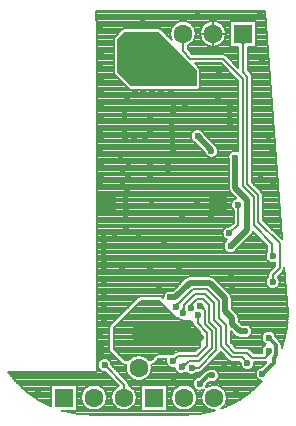
<source format=gbl>
G04*
G04 #@! TF.GenerationSoftware,Altium Limited,Altium Designer,18.1.7 (191)*
G04*
G04 Layer_Physical_Order=2*
G04 Layer_Color=16711680*
%FSLAX24Y24*%
%MOIN*%
G70*
G01*
G75*
%ADD12C,0.0079*%
%ADD48C,0.0118*%
%ADD49C,0.0197*%
%ADD62C,0.0630*%
%ADD63R,0.0630X0.0630*%
%ADD64C,0.0236*%
G04:AMPARAMS|DCode=65|XSize=50mil|YSize=200mil|CornerRadius=12.5mil|HoleSize=0mil|Usage=FLASHONLY|Rotation=90.000|XOffset=0mil|YOffset=0mil|HoleType=Round|Shape=RoundedRectangle|*
%AMROUNDEDRECTD65*
21,1,0.0500,0.1750,0,0,90.0*
21,1,0.0250,0.2000,0,0,90.0*
1,1,0.0250,0.0875,0.0125*
1,1,0.0250,0.0875,-0.0125*
1,1,0.0250,-0.0875,-0.0125*
1,1,0.0250,-0.0875,0.0125*
%
%ADD65ROUNDEDRECTD65*%
%ADD66R,0.0618X0.0598*%
%ADD67C,0.0236*%
G36*
X73083Y27156D02*
X73076Y27154D01*
X73070Y27150D01*
X73065Y27144D01*
X73061Y27137D01*
X73057Y27128D01*
X73055Y27118D01*
X73053Y27106D01*
X73052Y27093D01*
X73051Y27078D01*
X72972D01*
X72972Y27093D01*
X72971Y27106D01*
X72969Y27118D01*
X72966Y27128D01*
X72963Y27137D01*
X72958Y27144D01*
X72953Y27150D01*
X72947Y27154D01*
X72941Y27156D01*
X72933Y27157D01*
X73091D01*
X73083Y27156D01*
D02*
G37*
G36*
X71466Y26261D02*
Y25719D01*
X69285D01*
X68823Y26181D01*
Y27293D01*
X69071Y27542D01*
X70185D01*
X71466Y26261D01*
D02*
G37*
G36*
X71386Y18485D02*
X71378Y18476D01*
X71371Y18468D01*
X71366Y18459D01*
X71362Y18451D01*
X71360Y18442D01*
X71359Y18434D01*
X71360Y18425D01*
X71362Y18417D01*
X71365Y18408D01*
X71369Y18400D01*
X71214Y18441D01*
X71221Y18445D01*
X71229Y18450D01*
X71247Y18464D01*
X71268Y18482D01*
X71319Y18530D01*
X71386Y18485D01*
D02*
G37*
G36*
X70915Y18483D02*
X70908Y18475D01*
X70901Y18466D01*
X70895Y18457D01*
X70891Y18448D01*
X70887Y18439D01*
X70885Y18429D01*
X70883Y18418D01*
X70883Y18408D01*
X70883Y18397D01*
X70884Y18385D01*
X70751Y18483D01*
X70763Y18485D01*
X70775Y18488D01*
X70786Y18491D01*
X70796Y18495D01*
X70807Y18499D01*
X70816Y18504D01*
X70826Y18510D01*
X70834Y18516D01*
X70843Y18522D01*
X70850Y18530D01*
X70915Y18483D01*
D02*
G37*
G36*
X71703Y18392D02*
X71704Y18381D01*
X71706Y18370D01*
X71709Y18359D01*
X71712Y18349D01*
X71716Y18339D01*
X71721Y18330D01*
X71727Y18321D01*
X71734Y18313D01*
X71741Y18305D01*
X71686Y18249D01*
X71678Y18256D01*
X71669Y18263D01*
X71660Y18269D01*
X71651Y18274D01*
X71641Y18278D01*
X71631Y18282D01*
X71620Y18284D01*
X71609Y18286D01*
X71598Y18287D01*
X71586Y18287D01*
X71703Y18404D01*
X71703Y18392D01*
D02*
G37*
G36*
X71073Y18316D02*
X71073Y18306D01*
X71074Y18295D01*
X71076Y18285D01*
X71078Y18274D01*
X71081Y18264D01*
X71084Y18253D01*
X71089Y18243D01*
X71099Y18221D01*
X71105Y18211D01*
X70945Y18252D01*
X70954Y18258D01*
X70963Y18264D01*
X70970Y18272D01*
X70976Y18279D01*
X70982Y18288D01*
X70986Y18297D01*
X70990Y18306D01*
X70992Y18316D01*
X70994Y18327D01*
X70994Y18338D01*
X71073Y18316D01*
D02*
G37*
G36*
X73938Y16814D02*
X73846Y16713D01*
X73772Y16751D01*
X73780Y16759D01*
X73787Y16768D01*
X73792Y16776D01*
X73795Y16784D01*
X73797Y16791D01*
X73798Y16799D01*
X73797Y16806D01*
X73795Y16812D01*
X73791Y16819D01*
X73785Y16825D01*
X73938Y16814D01*
D02*
G37*
G36*
X71131Y16437D02*
X71124Y16430D01*
X71117Y16421D01*
X71111Y16413D01*
X71105Y16404D01*
X71100Y16394D01*
X71095Y16384D01*
X71090Y16374D01*
X71082Y16351D01*
X71079Y16340D01*
X70995Y16482D01*
X71006Y16480D01*
X71017Y16478D01*
X71027Y16478D01*
X71037Y16479D01*
X71047Y16481D01*
X71056Y16484D01*
X71065Y16489D01*
X71074Y16494D01*
X71083Y16501D01*
X71091Y16508D01*
X71131Y16437D01*
D02*
G37*
D12*
X73317Y26040D02*
G03*
X73271Y26151I-157J0D01*
G01*
X73317Y26040D02*
G03*
X73271Y26151I-157J0D01*
G01*
X72444Y26755D02*
G03*
X72333Y26801I-111J-111D01*
G01*
X72444Y26755D02*
G03*
X72333Y26801I-112J-111D01*
G01*
X72445Y27470D02*
G03*
X72445Y27470I-433J0D01*
G01*
X72844Y23565D02*
G03*
X72539Y23252I-89J-219D01*
G01*
X72195Y23563D02*
G03*
X72127Y23729I-236J0D01*
G01*
X72539Y22323D02*
G03*
X72603Y22170I217J0D01*
G01*
X73681Y22084D02*
G03*
X73635Y22195I-157J0D01*
G01*
X73681Y22084D02*
G03*
X73635Y22196I-157J0D01*
G01*
X73303Y20792D02*
G03*
X73354Y20872I-153J153D01*
G01*
X73302Y20791D02*
G03*
X73354Y20872I-153J153D01*
G01*
X72785Y21988D02*
G03*
X72697Y21586I69J-226D01*
G01*
X72539Y22323D02*
G03*
X72603Y22169I217J0D01*
G01*
X71727Y23518D02*
G03*
X72195Y23563I232J45D01*
G01*
X74344Y19544D02*
G03*
X74390Y19656I-111J111D01*
G01*
X74343Y19544D02*
G03*
X74390Y19656I-111J112D01*
G01*
X73895Y19541D02*
G03*
X73848Y19429I111J-112D01*
G01*
X73895Y19540D02*
G03*
X73848Y19429I111J-111D01*
G01*
X74242Y19193D02*
G03*
X74166Y19367I-236J0D01*
G01*
X73819Y20215D02*
G03*
X74075Y19836I177J-156D01*
G01*
X73848Y19369D02*
G03*
X74242Y19193I157J-176D01*
G01*
X74301Y17087D02*
G03*
X74249Y17212I-177J0D01*
G01*
X74104Y17357D02*
G03*
X73774Y17126I-236J-15D01*
G01*
X74301Y17087D02*
G03*
X74249Y17212I-177J0D01*
G01*
X74301Y16989D02*
G03*
X74507Y18150I-3169J1161D01*
G01*
X73774Y17126D02*
G03*
X73645Y16831I94J-217D01*
G01*
X73750Y16516D02*
G03*
X73804Y16525I0J157D01*
G01*
X73750Y16516D02*
G03*
X73804Y16525I0J157D01*
G01*
X73647Y16368D02*
G03*
X73645Y15896I15J-236D01*
G01*
X72271Y14972D02*
G03*
X73645Y15896I-1139J3177D01*
G01*
X73317Y17549D02*
G03*
X72991Y17768I-236J0D01*
G01*
X72875Y17981D02*
G03*
X72812Y18134I-217J0D01*
G01*
X72875Y17981D02*
G03*
X72811Y18135I-217J0D01*
G01*
X72986Y17333D02*
G03*
X73317Y17549I94J217D01*
G01*
X73251Y16952D02*
G03*
X73139Y16998I-112J-111D01*
G01*
X73251Y16952D02*
G03*
X73139Y16998I-111J-111D01*
G01*
X72750Y17396D02*
G03*
X72904Y17333I153J153D01*
G01*
X72750Y17396D02*
G03*
X72904Y17333I153J153D01*
G01*
X72638Y18655D02*
G03*
X72574Y18808I-217J0D01*
G01*
X72638Y18655D02*
G03*
X72574Y18808I-217J0D01*
G01*
X72476Y20596D02*
G03*
X72818Y20307I122J-202D01*
G01*
X72572Y21053D02*
G03*
X72476Y20596I-13J-236D01*
G01*
X72056Y19326D02*
G03*
X71903Y19390I-153J-153D01*
G01*
X72056Y19326D02*
G03*
X71903Y19390I-153J-153D01*
G01*
X72547Y16572D02*
G03*
X72659Y16526I112J111D01*
G01*
X72547Y16572D02*
G03*
X72659Y16526I111J111D01*
G01*
X72237Y16814D02*
G03*
X72266Y16853I-111J111D01*
G01*
X72237Y16814D02*
G03*
X72266Y16853I-111J112D01*
G01*
X72924Y16499D02*
G03*
X73396Y16486I236J-13D01*
G01*
X71884Y15866D02*
G03*
X72215Y16083I94J217D01*
G01*
X72271Y14972D02*
G03*
X72482Y15344I-221J372D01*
G01*
X72215Y16083D02*
G03*
X71819Y16257I-236J0D01*
G01*
D02*
G03*
X71725Y16208I31J-174D01*
G01*
X71819Y16257D02*
G03*
X71725Y16208I31J-174D01*
G01*
X71530Y16171D02*
G03*
X71641Y16217I0J157D01*
G01*
X71530Y16171D02*
G03*
X71641Y16218I0J157D01*
G01*
X71772Y15677D02*
G03*
X71811Y15792I-197J130D01*
G01*
X72482Y15344D02*
G03*
X71772Y15677I-433J0D01*
G01*
X71709Y15613D02*
G03*
X72090Y14913I340J-268D01*
G01*
X71716Y24141D02*
G03*
X71410Y23835I-220J-86D01*
G01*
X71169Y27067D02*
G03*
X71445Y27470I-157J403D01*
G01*
D02*
G03*
X70629Y27267I-433J0D01*
G01*
X71243Y19390D02*
G03*
X71090Y19326I0J-217D01*
G01*
X71243Y19390D02*
G03*
X71090Y19326I0J-217D01*
G01*
X69612Y18730D02*
G03*
X69500Y18684I0J-157D01*
G01*
X70668Y18904D02*
G03*
X70355Y18662I-78J-223D01*
G01*
X70333Y18684D02*
G03*
X70222Y18730I-112J-111D01*
G01*
X70333Y18684D02*
G03*
X70222Y18730I-111J-111D01*
G01*
X70200Y16628D02*
G03*
X70228Y16643I-60J146D01*
G01*
X70200Y16628D02*
G03*
X70228Y16643I-60J146D01*
G01*
X70200Y16628D02*
G03*
X70157Y16585I30J-73D01*
G01*
X70122Y16533D02*
G03*
X70157Y16585I-111J111D01*
G01*
X70457Y16643D02*
G03*
X70731Y16334I223J-78D01*
G01*
D02*
G03*
X71114Y16185I234J34D01*
G01*
D02*
G03*
X71477Y16171I187J144D01*
G01*
X71560Y16043D02*
G03*
X71709Y15613I15J-236D01*
G01*
X70122Y16533D02*
G03*
X70157Y16585I-111J112D01*
G01*
X69961Y16437D02*
G03*
X70072Y16483I0J157D01*
G01*
X69612Y18730D02*
G03*
X69500Y18684I0J-157D01*
G01*
X69961Y16437D02*
G03*
X70072Y16483I0J157D01*
G01*
X69970Y16329D02*
G03*
X69957Y16437I-433J0D01*
G01*
X69970Y16329D02*
G03*
X69957Y16437I-433J0D01*
G01*
X69118D02*
G03*
X69970Y16329I419J-108D01*
G01*
X69118Y16437D02*
G03*
X69970Y16329I419J-108D01*
G01*
X71482Y15344D02*
G03*
X71482Y15344I-433J0D01*
G01*
X71132Y14774D02*
G03*
X72090Y14913I0J3375D01*
G01*
X69205Y15776D02*
G03*
X69159Y15887I-157J0D01*
G01*
X69480Y15344D02*
G03*
X69205Y15748I-433J0D01*
G01*
Y15776D02*
G03*
X69158Y15887I-157J0D01*
G01*
X68863Y15737D02*
G03*
X69480Y15344I184J-392D01*
G01*
X68589Y17773D02*
G03*
X68543Y17662I111J-111D01*
G01*
Y16959D02*
G03*
X68589Y16847I157J0D01*
G01*
X68590Y17773D02*
G03*
X68543Y17662I111J-112D01*
G01*
Y16959D02*
G03*
X68590Y16847I157J0D01*
G01*
X68953Y16483D02*
G03*
X69065Y16437I112J111D01*
G01*
X68954Y16483D02*
G03*
X69065Y16437I111J111D01*
G01*
X68632Y16427D02*
G03*
X68409Y16191I-236J0D01*
G01*
X65187Y16201D02*
G03*
X66614Y15047I2756J1949D01*
G01*
X68480Y15344D02*
G03*
X68480Y15344I-433J0D01*
G01*
X66991Y14911D02*
G03*
X67943Y14774I952J3238D01*
G01*
X70816Y18006D02*
G03*
X70969Y17916I188J144D01*
G01*
X71339Y17815D02*
G03*
X71385Y17713I157J10D01*
G01*
X71339Y17815D02*
G03*
X71385Y17713I157J10D01*
G01*
X70838Y16880D02*
G03*
X70726Y16834I0J-157D01*
G01*
X70838Y16880D02*
G03*
X70726Y16834I0J-157D01*
G01*
X70140Y16774D02*
G03*
X70011Y16645I90J-219D01*
G01*
X69879Y16594D02*
G03*
X69195Y16594I-342J-266D01*
G01*
X69879D02*
G03*
X69195Y16594I-342J-266D01*
G01*
X73445Y27244D02*
X73817D01*
X73445Y27165D02*
X73823D01*
X73445Y27323D02*
X73811D01*
X73445Y27087D02*
X73829D01*
X73317Y25984D02*
X73912D01*
X73317Y25905D02*
X73918D01*
X73445Y27638D02*
X73787D01*
X73445Y27559D02*
X73793D01*
X73445Y27716D02*
X73781D01*
X73445Y27402D02*
X73805D01*
X73445Y27480D02*
X73799D01*
X73317Y24724D02*
X74008D01*
X73317Y24646D02*
X74014D01*
X73317Y24803D02*
X74002D01*
X73317Y24409D02*
X74032D01*
X73317Y24331D02*
X74038D01*
X73317Y24567D02*
X74020D01*
X73317Y25748D02*
X73930D01*
X73317Y25669D02*
X73936D01*
X73317Y25827D02*
X73924D01*
X73317Y25512D02*
X73948D01*
X73317Y25591D02*
X73942D01*
X73169Y26535D02*
X73870D01*
X73169Y26457D02*
X73876D01*
X73169Y26614D02*
X73864D01*
X73169Y26299D02*
X73888D01*
X73201Y26220D02*
X73894D01*
X73169Y26378D02*
X73882D01*
X73169Y26929D02*
X73840D01*
X73169Y26850D02*
X73846D01*
X73169Y27008D02*
X73835D01*
X73169Y26693D02*
X73858D01*
X73169Y26772D02*
X73852D01*
X73317Y25118D02*
X73978D01*
X73317Y25039D02*
X73984D01*
X73317Y25197D02*
X73972D01*
X73317Y24882D02*
X73996D01*
X73317Y24488D02*
X74026D01*
X73317Y24961D02*
X73990D01*
X73315Y26063D02*
X73906D01*
X73317Y25433D02*
X73954D01*
X73279Y26142D02*
X73900D01*
X73317Y25276D02*
X73966D01*
X73317Y25354D02*
X73960D01*
X73681Y22047D02*
X74211D01*
X73681Y21968D02*
X74217D01*
X73675Y22126D02*
X74205D01*
X73681Y21811D02*
X74229D01*
X73681Y21732D02*
X74235D01*
X73681Y21890D02*
X74223D01*
X73389Y22441D02*
X74181D01*
X73468Y22362D02*
X74187D01*
X73317Y22520D02*
X74175D01*
X73626Y22205D02*
X74199D01*
X73547Y22283D02*
X74193D01*
X73756Y21181D02*
X74277D01*
X73835Y21102D02*
X74283D01*
X73681Y21260D02*
X74271D01*
X73992Y20945D02*
X74295D01*
X74071Y20866D02*
X74301D01*
X73914Y21024D02*
X74289D01*
X73681Y21575D02*
X74247D01*
X73681Y21496D02*
X74253D01*
X73681Y21653D02*
X74241D01*
X73681Y21339D02*
X74265D01*
X73681Y21417D02*
X74259D01*
X73317Y23779D02*
X74080D01*
X73317Y23701D02*
X74086D01*
X73317Y23858D02*
X74074D01*
X73317Y23543D02*
X74098D01*
X73317Y23465D02*
X74104D01*
X73317Y23622D02*
X74092D01*
X73317Y24173D02*
X74050D01*
X73317Y24094D02*
X74056D01*
X73317Y24252D02*
X74044D01*
X73317Y23937D02*
X74068D01*
X73317Y24016D02*
X74062D01*
X73317Y22913D02*
X74146D01*
X73317Y22835D02*
X74152D01*
X73317Y22992D02*
X74140D01*
X73317Y22677D02*
X74163D01*
X73317Y22598D02*
X74169D01*
X73317Y22756D02*
X74157D01*
X73317Y23307D02*
X74116D01*
X73317Y23228D02*
X74122D01*
X73317Y23386D02*
X74110D01*
X73317Y23071D02*
X74134D01*
X73317Y23150D02*
X74128D01*
X73445Y27874D02*
X73769D01*
X73445Y27037D02*
Y27904D01*
X72579D02*
X73445D01*
Y27795D02*
X73775D01*
X73169Y27037D02*
X73445D01*
X72425Y26772D02*
X72854D01*
X72445Y27480D02*
X72579D01*
Y27037D02*
Y27904D01*
X72436Y27559D02*
X72579D01*
Y27037D02*
X72854D01*
X72439Y27402D02*
X72579D01*
X72854Y26345D02*
Y27037D01*
X73169Y26253D02*
Y27037D01*
X72444Y26755D02*
X72854Y26345D01*
X73169Y26253D02*
X73271Y26151D01*
X72585Y26614D02*
X72854D01*
X72664Y26535D02*
X72854D01*
X72506Y26693D02*
X72854D01*
X72821Y26378D02*
X72854D01*
X72742Y26457D02*
X72854D01*
X72298Y27795D02*
X72579D01*
X72368Y27716D02*
X72579D01*
X72169Y27874D02*
X72579D01*
X72411Y27638D02*
X72579D01*
X72319Y27165D02*
X72579D01*
X72212Y27087D02*
X72579D01*
X72012Y27470D02*
X72406D01*
X72012D02*
Y27864D01*
X71618Y27470D02*
X72012D01*
X72419Y27323D02*
X72579D01*
X72381Y27244D02*
X72579D01*
X71586Y26220D02*
X72533D01*
X72267Y26486D02*
X72844Y25909D01*
X71579Y26299D02*
X72455D01*
X72012Y27077D02*
Y27470D01*
X71551Y26346D02*
X71577Y26307D01*
X71519Y26378D02*
X72376D01*
X71586Y25719D02*
Y26261D01*
X71577Y26307D02*
X71586Y26261D01*
X72844Y23565D02*
Y25909D01*
X73317Y22513D02*
Y26040D01*
X72151Y23701D02*
X72844D01*
X73317Y22513D02*
X73635Y22196D01*
X72187Y23622D02*
X72844D01*
X72194Y23543D02*
X72625D01*
X72173Y23465D02*
X72551D01*
X72539Y22323D02*
Y23252D01*
X73681Y21256D02*
Y22084D01*
X73298Y20787D02*
X73439D01*
X72603Y22169D02*
X72785Y21988D01*
X72697Y21177D02*
Y21586D01*
X72572Y21053D02*
X72697Y21177D01*
X71586Y25984D02*
X72769D01*
X71586Y25905D02*
X72844D01*
X71586Y26063D02*
X72691D01*
X71586Y25827D02*
X72844D01*
X71586Y25748D02*
X72844D01*
X71575Y25669D02*
X72844D01*
X71586Y26142D02*
X72612D01*
X71577Y25672D02*
X71586Y25719D01*
X71551Y25633D02*
X71577Y25672D01*
X71512Y25607D02*
X71551Y25633D01*
X71466Y25598D02*
X71512Y25607D01*
X71701Y24173D02*
X72844D01*
X71763Y24094D02*
X72844D01*
X71627Y24252D02*
X72844D01*
X71920Y23937D02*
X72844D01*
X71842Y24016D02*
X72844D01*
X71999Y23858D02*
X72844D01*
X72078Y23779D02*
X72844D01*
X71716Y24141D02*
X72111Y23746D01*
X72115Y23386D02*
X72523D01*
X74390Y19656D02*
Y19698D01*
X74229Y20709D02*
X74313D01*
X74327Y19528D02*
X74403D01*
X74248Y19449D02*
X74409D01*
X74150Y20787D02*
X74307D01*
X74075Y19721D02*
Y19836D01*
X73819Y20215D02*
Y20407D01*
X73895Y19541D02*
X74075Y19721D01*
X74241Y19213D02*
X74427D01*
X74390Y19698D02*
X74507Y18153D01*
X74221Y19291D02*
X74421D01*
X74235Y19134D02*
X74433D01*
X74198Y19055D02*
X74439D01*
X74100Y18976D02*
X74445D01*
X74166Y19367D02*
X74343Y19544D01*
X73848Y19369D02*
Y19429D01*
X74170Y19370D02*
X74415D01*
X73681Y21256D02*
X74320Y20617D01*
X73743Y28219D02*
X74320Y20617D01*
X73354Y20872D02*
X73819Y20407D01*
X72905Y20394D02*
X73819D01*
X71993Y19370D02*
X73848D01*
X73062Y20551D02*
X73675D01*
X72983Y20472D02*
X73754D01*
X72826Y20315D02*
X73819D01*
X72774Y20236D02*
X73819D01*
X72091Y19291D02*
X73791D01*
X72563Y18819D02*
X74457D01*
X72620Y18740D02*
X74463D01*
X72484Y18898D02*
X74451D01*
X72638Y18583D02*
X74475D01*
X72638Y18504D02*
X74480D01*
X72638Y18661D02*
X74469D01*
X72248Y19134D02*
X73777D01*
X72170Y19213D02*
X73770D01*
X72406Y18976D02*
X73912D01*
X72327Y19055D02*
X73814D01*
X74060Y17480D02*
X74440D01*
X74097Y17402D02*
X74423D01*
X73963Y17559D02*
X74455D01*
X74217Y17244D02*
X74383D01*
X74283Y17165D02*
X74360D01*
X74138Y17323D02*
X74404D01*
X74104Y17357D02*
X74249Y17212D01*
X74301Y17087D02*
X74335D01*
X74301Y16989D02*
Y17087D01*
X73647Y16368D02*
X73804Y16525D01*
X73394Y16516D02*
X73750D01*
X73394Y16457D02*
X73736D01*
X73372Y16831D02*
X73645D01*
X73369Y16378D02*
X73657D01*
X72757Y18189D02*
X74504D01*
X72832Y18110D02*
X74507D01*
X72678Y18268D02*
X74498D01*
X72875Y17953D02*
X74501D01*
X72885Y17874D02*
X74496D01*
X72869Y18031D02*
X74505D01*
X72638Y18346D02*
X74492D01*
X72964Y17795D02*
X74488D01*
X72638Y18425D02*
X74486D01*
X73300Y17638D02*
X74468D01*
X73247Y17716D02*
X74479D01*
X73317Y17559D02*
X73774D01*
X73307Y17480D02*
X73676D01*
X72598Y17244D02*
X73653D01*
X72701Y17087D02*
X73712D01*
X72622Y17165D02*
X73712D01*
X73265Y17402D02*
X73639D01*
X73148Y17323D02*
X73633D01*
X72779Y17008D02*
X73653D01*
X73352Y16850D02*
X73639D01*
X73220Y20709D02*
X73517D01*
X73141Y20630D02*
X73596D01*
X72818Y20307D02*
X73302Y20791D01*
X72875Y17884D02*
X72991Y17768D01*
X72638Y18308D02*
X72811Y18135D01*
X72638Y18308D02*
Y18655D01*
X72875Y17884D02*
Y17981D01*
X72598Y17548D02*
X72750Y17396D01*
X72789Y16998D02*
X73139D01*
X73273Y16929D02*
X73633D01*
X73251Y16952D02*
X73372Y16831D01*
X72904Y17333D02*
X72986D01*
X72897Y16526D02*
X72924Y16499D01*
X72659Y16526D02*
X72897D01*
X72598Y17402D02*
X72745D01*
X72598Y17323D02*
X73013D01*
X72598Y17480D02*
X72666D01*
X72598Y17189D02*
Y17548D01*
X72056Y19326D02*
X72574Y18808D01*
X72598Y17189D02*
X72789Y16998D01*
X72266Y16853D02*
X72547Y16572D01*
X72038Y16614D02*
X72505D01*
X71959Y16535D02*
X72604D01*
X71641Y16218D02*
X72237Y16814D01*
X72195Y16772D02*
X72347D01*
X72116Y16693D02*
X72426D01*
X73304Y16299D02*
X73495D01*
X72214Y16063D02*
X73435D01*
X72170Y16220D02*
X73442D01*
X72193Y15984D02*
X73477D01*
X72135Y15905D02*
X73594D01*
X71845Y15827D02*
X73581D01*
X72073Y16299D02*
X73015D01*
X71880Y16457D02*
X72925D01*
X72207Y16142D02*
X73425D01*
X72336Y15669D02*
X73421D01*
X72406Y15591D02*
X73333D01*
X72206Y15748D02*
X73503D01*
X72473Y15433D02*
X73135D01*
X72482Y15354D02*
X73024D01*
X72449Y15512D02*
X73238D01*
X72477Y15276D02*
X72902D01*
X72456Y15197D02*
X72767D01*
X72418Y15118D02*
X72616D01*
X72357Y15039D02*
X72443D01*
X71801Y16378D02*
X72950D01*
X71723Y16299D02*
X71884D01*
X71644Y16220D02*
X71739D01*
X71560Y16043D02*
X71725Y16208D01*
X71477Y16171D02*
X71530D01*
X71446Y16142D02*
X71659D01*
X71811Y15792D02*
X71884Y15866D01*
X71804Y15748D02*
X71892D01*
X71473Y15433D02*
X71625D01*
X71482Y15354D02*
X71616D01*
X71449Y15512D02*
X71650D01*
X71477Y15276D02*
X71622D01*
X71456Y15197D02*
X71642D01*
X71197Y26929D02*
X72854D01*
X71276Y26850D02*
X72854D01*
X71169Y27008D02*
X72854D01*
X71325Y26801D02*
X72333D01*
X71440Y26457D02*
X72297D01*
X68154Y25591D02*
X72844D01*
X71298Y27795D02*
X71725D01*
X71319Y27165D02*
X71705D01*
X71169Y27874D02*
X71854D01*
X71410Y26486D02*
X72267D01*
X71212Y27087D02*
X71811D01*
X68154Y25433D02*
X72844D01*
X68154Y25354D02*
X72844D01*
X68154Y25512D02*
X72844D01*
X68154Y25197D02*
X72844D01*
X68154Y25118D02*
X72844D01*
X68154Y25276D02*
X72844D01*
X68154Y24961D02*
X72844D01*
X68154Y25039D02*
X72844D01*
X71410Y23835D02*
X71727Y23518D01*
X68154Y23307D02*
X72523D01*
X68121Y28189D02*
X73745D01*
X68121Y28110D02*
X73751D01*
X68121Y28219D02*
X73743D01*
X68122Y27953D02*
X73763D01*
X68154Y24882D02*
X72844D01*
X68122Y28031D02*
X73757D01*
X68154Y24724D02*
X72844D01*
X68154Y24646D02*
X72844D01*
X68154Y24803D02*
X72844D01*
X68154Y24488D02*
X72844D01*
X68154Y24567D02*
X72844D01*
X68154Y24331D02*
X72844D01*
X68154Y23228D02*
X72539D01*
X68154Y24409D02*
X72844D01*
X68154Y23150D02*
X72539D01*
X68154Y22913D02*
X72539D01*
X68154Y22835D02*
X72539D01*
X68154Y23465D02*
X71744D01*
X68154Y23386D02*
X71802D01*
X68154Y23543D02*
X71702D01*
X68154Y22992D02*
X72539D01*
X68154Y23071D02*
X72539D01*
X68154Y20630D02*
X72415D01*
X68154Y20551D02*
X72422D01*
X68154Y21024D02*
X72445D01*
X68154Y20315D02*
X72376D01*
X68154Y20236D02*
X72422D01*
X68154Y20472D02*
X72376D01*
X68154Y20866D02*
X72328D01*
X68154Y20787D02*
X72325D01*
X68154Y20945D02*
X72360D01*
X68154Y20394D02*
X72362D01*
X68154Y20709D02*
X72349D01*
X68154Y19764D02*
X74075D01*
X68154Y19685D02*
X74039D01*
X68154Y19842D02*
X73902D01*
X68154Y19528D02*
X73883D01*
X68154Y19449D02*
X73850D01*
X68154Y19606D02*
X73960D01*
X68154Y20079D02*
X73761D01*
X68154Y20000D02*
X73767D01*
X68154Y20157D02*
X73781D01*
X71243Y19390D02*
X71903D01*
X68154Y19921D02*
X73804D01*
X68154Y22283D02*
X72543D01*
X68154Y22205D02*
X72574D01*
X68154Y22362D02*
X72539D01*
X68154Y22047D02*
X72725D01*
X68154Y21968D02*
X72740D01*
X68154Y22126D02*
X72647D01*
X68154Y22677D02*
X72539D01*
X68154Y22598D02*
X72539D01*
X68154Y22756D02*
X72539D01*
X68154Y22441D02*
X72539D01*
X68154Y22520D02*
X72539D01*
X68154Y21496D02*
X72697D01*
X68154Y21417D02*
X72697D01*
X68154Y21575D02*
X72697D01*
X68154Y21260D02*
X72697D01*
X68154Y21181D02*
X72697D01*
X68154Y21339D02*
X72697D01*
X68154Y21811D02*
X72623D01*
X68154Y21732D02*
X72620D01*
X68154Y21890D02*
X72656D01*
X68154Y21102D02*
X72622D01*
X68154Y21653D02*
X72644D01*
X71368Y27716D02*
X71655D01*
X71411Y27638D02*
X71612D01*
X70254D02*
X70612D01*
X71436Y27559D02*
X71588D01*
X70416Y27480D02*
X70579D01*
X70338Y27559D02*
X70588D01*
X69071Y27662D02*
X70185D01*
X70185Y27662D02*
X70231Y27653D01*
X69025D02*
X69071Y27662D01*
X70231Y27653D02*
X70270Y27627D01*
X68986D02*
X69025Y27653D01*
X71445Y27480D02*
X71579D01*
X71439Y27402D02*
X71584D01*
X71419Y27323D02*
X71605D01*
X71381Y27244D02*
X71643D01*
X70495Y27402D02*
X70584D01*
X70574Y27323D02*
X70605D01*
X70270Y27627D02*
X70629Y27267D01*
X71169Y26957D02*
X71325Y26801D01*
X71169Y26957D02*
Y27067D01*
X68154Y27795D02*
X70725D01*
X68154Y27716D02*
X70655D01*
X68154Y27874D02*
X70854D01*
X68154Y27638D02*
X69002D01*
X68737Y27378D02*
X68986Y27627D01*
X68154Y27559D02*
X68918D01*
X68122Y27921D02*
X68154D01*
Y27480D02*
X68839D01*
X68121Y28219D02*
X68122Y27921D01*
X68711Y27339D02*
X68737Y27378D01*
X68154Y27402D02*
X68760D01*
X68154Y27323D02*
X68708D01*
X68702Y27293D02*
X68711Y27339D01*
X68154Y27244D02*
X68702D01*
X68154Y27087D02*
X68702D01*
X68154Y27008D02*
X68702D01*
X68154Y27165D02*
X68702D01*
X68154Y26929D02*
X68702D01*
Y26181D02*
Y27293D01*
X68154Y26850D02*
X68702D01*
X68154Y26693D02*
X68702D01*
X68154Y26772D02*
X68702D01*
X71410Y26486D02*
X71551Y26346D01*
X68702Y26181D02*
X68711Y26135D01*
X68154Y26142D02*
X68710D01*
X68711Y26135D02*
X68737Y26096D01*
X68154Y25905D02*
X68928D01*
X68154Y25827D02*
X69006D01*
X68154Y26535D02*
X68702D01*
X68154Y26457D02*
X68702D01*
X68154Y26614D02*
X68702D01*
X68154Y26220D02*
X68702D01*
X68154Y26378D02*
X68702D01*
X69285Y25598D02*
X71466D01*
X70668Y18904D02*
X71090Y19326D01*
X69612Y18730D02*
X70222D01*
X68154Y25748D02*
X69085D01*
X68737Y26096D02*
X69200Y25633D01*
X68154Y25669D02*
X69164D01*
X69239Y25607D02*
X69285Y25598D01*
X69200Y25633D02*
X69239Y25607D01*
X68154Y24173D02*
X71291D01*
X68154Y23937D02*
X71292D01*
X68154Y24252D02*
X71365D01*
X68154Y23779D02*
X71465D01*
X68154Y23701D02*
X71544D01*
X68154Y23858D02*
X71366D01*
X68154Y26063D02*
X68770D01*
X68154Y25984D02*
X68849D01*
X68154Y26299D02*
X68702D01*
X68154Y24016D02*
X71263D01*
X68154Y24094D02*
X71263D01*
X68154Y23622D02*
X71623D01*
X68154Y19370D02*
X71153D01*
X68154Y19291D02*
X71055D01*
X68154Y19134D02*
X70898D01*
X68154Y19213D02*
X70976D01*
X68154Y18976D02*
X70740D01*
X68154Y18898D02*
X70496D01*
X68154Y19055D02*
X70819D01*
X68154Y18740D02*
X70362D01*
X68154Y18819D02*
X70399D01*
X70333Y18684D02*
X70355Y18662D01*
X70228Y16643D02*
X70457D01*
X70177Y16614D02*
X70449D01*
X70124Y16535D02*
X70446D01*
X69969Y16299D02*
X70739D01*
X71032Y16142D02*
X71157D01*
X70072Y16483D02*
X70122Y16533D01*
X70037Y16457D02*
X70470D01*
X69968Y16378D02*
X70536D01*
X68590Y17773D02*
X69500Y18684D01*
X69957Y16220D02*
X70780D01*
X68154Y18583D02*
X69399D01*
X68154Y18504D02*
X69320D01*
X68154Y18661D02*
X69478D01*
X68154Y18346D02*
X69163D01*
X68154Y18425D02*
X69241D01*
X69928Y16142D02*
X70897D01*
X69879Y16063D02*
X71580D01*
X69800Y15984D02*
X71419D01*
X69140Y15905D02*
X69446D01*
X68825Y16220D02*
X69118D01*
X68904Y16142D02*
X69147D01*
X68632Y16414D02*
X69158Y15887D01*
X69061Y15984D02*
X69275D01*
X68983Y16063D02*
X69195D01*
X70482Y15748D02*
X70892D01*
X71206D02*
X71346D01*
X69629Y15905D02*
X71360D01*
X71336Y15669D02*
X71383D01*
X71406Y15591D02*
X71480D01*
X70482Y15669D02*
X70763D01*
X70482Y15512D02*
X70650D01*
X70482Y15433D02*
X70625D01*
X70482Y15591D02*
X70693D01*
X70482Y15276D02*
X70622D01*
X70482Y15354D02*
X70616D01*
X71418Y15118D02*
X71680D01*
X71357Y15039D02*
X71742D01*
X71250Y14961D02*
X71849D01*
X70482D02*
X70849D01*
X70482Y15197D02*
X70642D01*
X70482Y15118D02*
X70680D01*
X70482Y14911D02*
Y15778D01*
Y15039D02*
X70742D01*
X69616Y14911D02*
X70482D01*
X69616Y15778D02*
X70482D01*
X69205Y15748D02*
X69616D01*
X69196Y15827D02*
X71339D01*
X69404Y15591D02*
X69616D01*
X69480Y15354D02*
X69616D01*
X69334Y15669D02*
X69616D01*
X69471Y15433D02*
X69616D01*
X69447Y15512D02*
X69616D01*
X69454Y15197D02*
X69616D01*
X69416Y15118D02*
X69616D01*
X67098Y14882D02*
X71977D01*
X67959Y14774D02*
X71116D01*
X67504Y14803D02*
X71571D01*
X69475Y15276D02*
X69616D01*
Y14911D02*
Y15778D01*
X69355Y15039D02*
X69616D01*
X69248Y14961D02*
X69616D01*
X68158Y16693D02*
X68744D01*
X68158Y16772D02*
X68665D01*
X68543Y16959D02*
Y17662D01*
X68157Y16929D02*
X68546D01*
X68157Y17008D02*
X68543D01*
X68158Y16614D02*
X68251D01*
X68157Y16850D02*
X68586D01*
X68630Y16457D02*
X68989D01*
X69065Y16437D02*
X69118D01*
X68746Y16299D02*
X69105D01*
X68668Y16378D02*
X69107D01*
X68540Y16614D02*
X68823D01*
X68590Y16847D02*
X68953Y16483D01*
X68606Y16535D02*
X68901D01*
X68159Y16299D02*
X68197D01*
X68154Y18189D02*
X69005D01*
X68154Y18110D02*
X68927D01*
X68154Y18268D02*
X69084D01*
X68154Y17953D02*
X68769D01*
X68154Y17874D02*
X68690D01*
X68154Y18031D02*
X68848D01*
X68154Y17795D02*
X68612D01*
X68155Y17716D02*
X68553D01*
X68154Y17834D02*
X68154Y27921D01*
X68155Y17559D02*
X68543D01*
X68155Y17638D02*
X68543D01*
X68156Y17402D02*
X68543D01*
X68156Y17323D02*
X68543D01*
X68155Y17480D02*
X68543D01*
X68156Y17165D02*
X68543D01*
X68157Y17087D02*
X68543D01*
X68156Y17244D02*
X68543D01*
X68154Y17834D02*
X68159Y16240D01*
X68140Y16220D02*
X68281D01*
X68120Y16201D02*
X68154Y16235D01*
X65187Y16201D02*
X68120D01*
X68409Y16191D02*
X68863Y15737D01*
X68334Y15669D02*
X68761D01*
X68204Y15748D02*
X68852D01*
X68447Y15512D02*
X68648D01*
X68471Y15433D02*
X68623D01*
X68404Y15591D02*
X68691D01*
X67480Y15669D02*
X67761D01*
X67480Y15591D02*
X67691D01*
X67480Y15748D02*
X67890D01*
X67480Y15433D02*
X67623D01*
X67480Y15512D02*
X67648D01*
X68480Y15354D02*
X68614D01*
X68475Y15276D02*
X68620D01*
X68454Y15197D02*
X68640D01*
X68416Y15118D02*
X68678D01*
X68355Y15039D02*
X68740D01*
X68248Y14961D02*
X68847D01*
X67480Y15276D02*
X67620D01*
X67480Y15118D02*
X67678D01*
X67480Y14961D02*
X67847D01*
X67480Y15039D02*
X67740D01*
X65290Y16063D02*
X68537D01*
X65354Y15984D02*
X68616D01*
X65230Y16142D02*
X68458D01*
X65494Y15827D02*
X68773D01*
X66614Y15778D02*
X67480D01*
X65422Y15905D02*
X68695D01*
X65654Y15669D02*
X66614D01*
X65742Y15591D02*
X66614D01*
X65571Y15748D02*
X66614D01*
X65940Y15433D02*
X66614D01*
X65837Y15512D02*
X66614D01*
X67480Y15354D02*
X67614D01*
X67480Y15197D02*
X67640D01*
X67480Y14911D02*
Y15778D01*
X66991Y14911D02*
X67480D01*
X66173Y15276D02*
X66614D01*
Y15047D02*
Y15778D01*
X66051Y15354D02*
X66614D01*
X66459Y15118D02*
X66614D01*
X66308Y15197D02*
X66614D01*
X71007Y17894D02*
X71260D01*
X71339Y17815D01*
X70969Y17916D02*
X71007Y17894D01*
X71385Y17713D02*
X71575Y17523D01*
X69612Y18573D02*
X70222D01*
X70748Y18046D01*
X69543Y18504D02*
X70290D01*
X69464Y18425D02*
X70369D01*
X69385Y18346D02*
X70448D01*
X70748Y18046D02*
X70816Y18006D01*
X69307Y18268D02*
X70527D01*
X71575Y17523D02*
X71575Y17042D01*
X71413Y16880D02*
X71575Y17042D01*
X70838Y16880D02*
X71413D01*
X70693Y16801D02*
X70726Y16834D01*
X70167Y16801D02*
X70667D01*
X70140Y16774D02*
X70167Y16801D01*
X69772Y16693D02*
X70038D01*
X69879Y16594D02*
X69961D01*
X70011Y16645D01*
X69863Y16614D02*
X69980D01*
X68756Y17716D02*
X71382D01*
X68701Y17638D02*
X71460D01*
X68701Y17559D02*
X71539D01*
X68701Y17480D02*
X71575D01*
X68701Y17323D02*
X71575D01*
X68701Y17244D02*
X71575D01*
X68701Y17402D02*
X71575D01*
X69228Y18189D02*
X70605D01*
X69149Y18110D02*
X70684D01*
X69070Y18031D02*
X70773D01*
X68701Y17662D02*
X69612Y18573D01*
X68992Y17953D02*
X70873D01*
X68913Y17874D02*
X71280D01*
X68834Y17795D02*
X71341D01*
X68701Y17008D02*
X71540D01*
X68730Y16929D02*
X71462D01*
X68701Y17165D02*
X71575D01*
X68701Y17087D02*
X71575D01*
X68888Y16772D02*
X70135D01*
X68809Y16850D02*
X70746D01*
X68701Y16959D02*
X69065Y16594D01*
X68701Y16959D02*
Y17662D01*
X69045Y16614D02*
X69212D01*
X69065Y16594D02*
X69195D01*
X68967Y16693D02*
X69303D01*
X70680Y16565D02*
X70838Y16722D01*
X71478D02*
X71811Y17056D01*
X70838Y16722D02*
X71478D01*
X71543Y16565D02*
X71968Y16990D01*
X71203Y16565D02*
X71543D01*
X71007Y16368D02*
X71203Y16565D01*
X70965Y16368D02*
X71007D01*
X71811Y17056D02*
Y17510D01*
X71496Y17825D02*
X71811Y17510D01*
X71968Y16990D02*
Y17575D01*
X72126Y16925D02*
Y17640D01*
X71530Y16329D02*
X72126Y16925D01*
X71301Y16329D02*
X71530D01*
X74006Y19429D02*
X74232Y19656D01*
Y20482D01*
X70768Y18391D02*
X71333Y18957D01*
X72047Y17942D02*
Y18500D01*
X71748Y18799D02*
X72047Y18500D01*
X71398Y18799D02*
X71748D01*
X71033Y18434D02*
X71398Y18799D01*
X71033Y18179D02*
Y18434D01*
X74006Y19193D02*
Y19429D01*
X73868Y16791D02*
Y16909D01*
X73750Y16673D02*
X73868Y16791D01*
X73307Y16673D02*
X73750D01*
X73139Y16841D02*
X73307Y16673D01*
X72724Y16841D02*
X73139D01*
X72963Y16683D02*
X73159Y16486D01*
X72441Y17123D02*
X72724Y16841D01*
X72441Y17123D02*
Y17771D01*
X72659Y16683D02*
X72963D01*
X72283Y17058D02*
X72659Y16683D01*
X72205Y18007D02*
X72441Y17771D01*
X72205Y18007D02*
Y18565D01*
X71813Y18957D02*
X72205Y18565D01*
X71333Y18957D02*
X71813D01*
X70768Y18366D02*
Y18391D01*
X72283Y17058D02*
Y17706D01*
X71890Y17877D02*
X72126Y17640D01*
X71732Y17811D02*
X71968Y17575D01*
X71732Y17811D02*
Y18258D01*
X72047Y17942D02*
X72283Y17706D01*
X71004Y18150D02*
X71033Y18179D01*
X71890Y17877D02*
Y18434D01*
X71682Y18642D02*
X71890Y18434D01*
X71487Y18642D02*
X71682D01*
X71270Y18425D02*
X71487Y18642D01*
X71270Y18337D02*
Y18425D01*
X71585Y18406D02*
X71732Y18258D01*
X71496Y17825D02*
Y18100D01*
X73524Y21191D02*
X74232Y20482D01*
X73366Y21083D02*
X73976Y20472D01*
Y20079D02*
Y20472D01*
Y20079D02*
X73996Y20059D01*
X73366Y21083D02*
Y22019D01*
X73524Y21191D02*
Y22084D01*
X73159Y22448D02*
X73524Y22084D01*
X73159Y22448D02*
Y26040D01*
X73012Y26187D02*
X73159Y26040D01*
X73002Y22383D02*
Y25974D01*
X72333Y26644D02*
X73002Y25974D01*
X71260Y26644D02*
X72333D01*
X73002Y22383D02*
X73366Y22019D01*
X73012Y26187D02*
Y27470D01*
X71012Y26892D02*
X71260Y26644D01*
X71012Y26892D02*
Y27470D01*
X69047Y15344D02*
Y15776D01*
X68396Y16427D02*
X69047Y15776D01*
X72559Y20817D02*
X72854Y21112D01*
Y21762D01*
D48*
X71575Y15807D02*
X71850Y16083D01*
X71978D01*
X74124Y16761D02*
Y17087D01*
X74035Y16673D02*
X74124Y16761D01*
X74035Y16506D02*
Y16673D01*
X73868Y17343D02*
X74124Y17087D01*
X73661Y16132D02*
X74035Y16506D01*
D49*
X71959Y23563D02*
Y23593D01*
X71496Y24055D02*
X71959Y23593D01*
X72904Y17549D02*
X73081D01*
X72659Y17794D02*
X72904Y17549D01*
X72659Y17794D02*
Y17981D01*
X72421Y18218D02*
X72659Y17981D01*
X72421Y18218D02*
Y18655D01*
X71903Y19173D02*
X72421Y18655D01*
X71243Y19173D02*
X71903D01*
X70751Y18681D02*
X71243Y19173D01*
X70591Y18681D02*
X70751D01*
X70364Y17372D02*
X70374Y17362D01*
X72756Y22323D02*
X73150Y21929D01*
X72598Y20394D02*
X72598D01*
X72598D02*
X73150Y20945D01*
Y21929D01*
X72756Y22323D02*
Y23346D01*
D62*
X71012Y27470D02*
D03*
X72012D02*
D03*
X72049Y15344D02*
D03*
X71049D02*
D03*
X69047D02*
D03*
X68047D02*
D03*
X69537Y26969D02*
D03*
Y16329D02*
D03*
D63*
X73012Y27470D02*
D03*
X70049Y15344D02*
D03*
X67047D02*
D03*
D64*
X70965Y16368D02*
D03*
X70680Y16565D02*
D03*
X71526Y28061D02*
D03*
X70384Y20472D02*
D03*
X73652Y26565D02*
D03*
X73583Y28081D02*
D03*
X69682Y28002D02*
D03*
X73967Y23573D02*
D03*
X72785Y15571D02*
D03*
X66191Y15561D02*
D03*
X72185Y25374D02*
D03*
X69147Y22264D02*
D03*
X68996Y22579D02*
D03*
X69195Y22776D02*
D03*
X69026Y22972D02*
D03*
X69213Y23189D02*
D03*
X68957Y23278D02*
D03*
X70512Y23174D02*
D03*
X70502Y22844D02*
D03*
X69903Y23100D02*
D03*
X69918Y22687D02*
D03*
X69980Y21772D02*
D03*
X70020Y22126D02*
D03*
X68740Y20827D02*
D03*
X69557Y20837D02*
D03*
X69106Y20945D02*
D03*
X69104Y21919D02*
D03*
Y21604D02*
D03*
X69106Y21299D02*
D03*
X69350Y18671D02*
D03*
X68868Y18258D02*
D03*
X68967Y19646D02*
D03*
X65926Y16093D02*
D03*
X65541D02*
D03*
X66447D02*
D03*
X66959D02*
D03*
X67382D02*
D03*
X68278Y16791D02*
D03*
Y17103D02*
D03*
X68295Y17539D02*
D03*
X68366Y17963D02*
D03*
Y18396D02*
D03*
Y18829D02*
D03*
Y19232D02*
D03*
Y19596D02*
D03*
Y19892D02*
D03*
Y20207D02*
D03*
X68386Y20522D02*
D03*
Y20837D02*
D03*
X69902Y24616D02*
D03*
X69923Y24252D02*
D03*
X69734Y24016D02*
D03*
X69380Y24006D02*
D03*
X69085Y23967D02*
D03*
X73760Y23701D02*
D03*
X69075Y24281D02*
D03*
X69094Y24596D02*
D03*
Y24941D02*
D03*
X68268Y28022D02*
D03*
Y27598D02*
D03*
Y27175D02*
D03*
Y26752D02*
D03*
Y26329D02*
D03*
Y25905D02*
D03*
Y25482D02*
D03*
Y25059D02*
D03*
Y24675D02*
D03*
Y24301D02*
D03*
Y23917D02*
D03*
Y23494D02*
D03*
Y23130D02*
D03*
Y22766D02*
D03*
Y22392D02*
D03*
X69157Y25305D02*
D03*
X69400Y25492D02*
D03*
X69675Y25482D02*
D03*
X69964Y25502D02*
D03*
X70276D02*
D03*
X70612Y25482D02*
D03*
X70725Y25157D02*
D03*
X70680Y24862D02*
D03*
X70650Y24518D02*
D03*
X70659Y24193D02*
D03*
X70680Y23898D02*
D03*
X70689Y23583D02*
D03*
X71073Y25059D02*
D03*
X72205Y26201D02*
D03*
X72589Y25138D02*
D03*
X72579Y24774D02*
D03*
Y24416D02*
D03*
X73888Y24065D02*
D03*
X74016Y22470D02*
D03*
X73602Y22628D02*
D03*
X72656Y19045D02*
D03*
X72608Y19429D02*
D03*
X72372Y16358D02*
D03*
X72726Y16368D02*
D03*
X71978Y16083D02*
D03*
X73868Y17343D02*
D03*
X73661Y16132D02*
D03*
X70229Y16555D02*
D03*
X70718Y16043D02*
D03*
X70200Y19065D02*
D03*
X69902Y19616D02*
D03*
X70876Y19291D02*
D03*
X70870Y19626D02*
D03*
X70974Y21427D02*
D03*
X71958D02*
D03*
Y22352D02*
D03*
X70974D02*
D03*
X71467Y21890D02*
D03*
X71496Y24055D02*
D03*
X73081Y17549D02*
D03*
X70591Y18681D02*
D03*
X74006Y19193D02*
D03*
X73868Y16909D02*
D03*
X73159Y16486D02*
D03*
X70768Y18366D02*
D03*
X71004Y18150D02*
D03*
X71575Y15807D02*
D03*
X71301Y16329D02*
D03*
X71575Y17362D02*
D03*
X71270Y18337D02*
D03*
X73996Y20059D02*
D03*
X72598Y20394D02*
D03*
X72756Y23346D02*
D03*
X71959Y23563D02*
D03*
X71585Y18406D02*
D03*
X71496Y18100D02*
D03*
X68396Y16427D02*
D03*
X72559Y20817D02*
D03*
X72854Y21762D02*
D03*
D65*
X70315Y26132D02*
D03*
Y17470D02*
D03*
D66*
X72165Y21880D02*
D03*
X68484D02*
D03*
D67*
X70374Y17362D02*
X71575D01*
M02*

</source>
